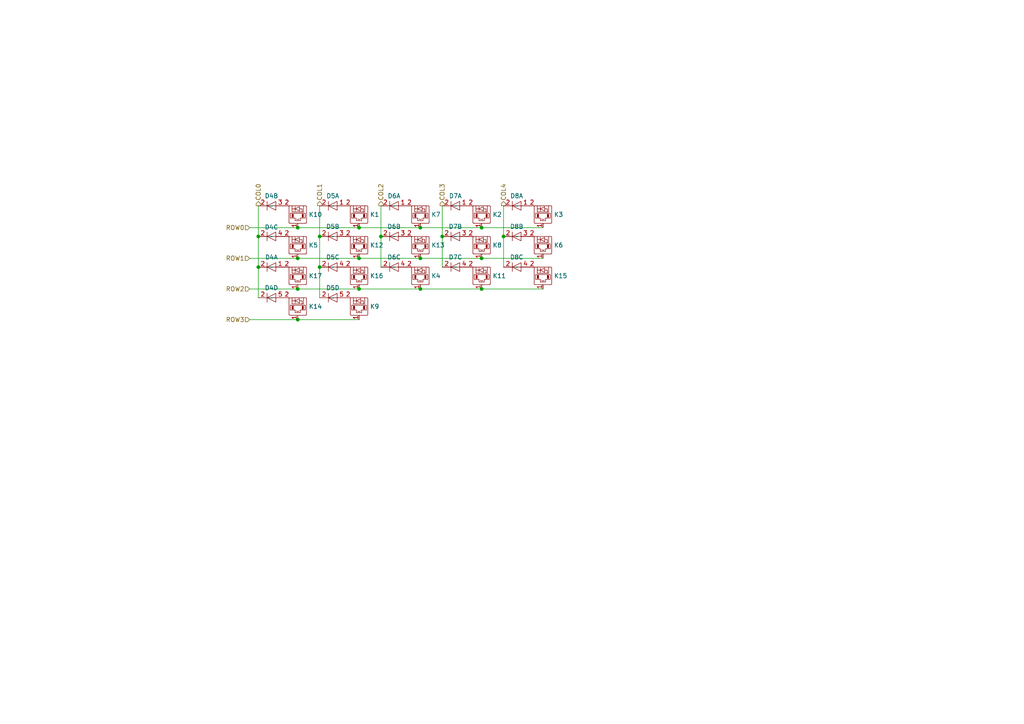
<source format=kicad_sch>
(kicad_sch (version 20230121) (generator eeschema)
  (paper "A4")
  (lib_symbols
    (symbol "misc:1SS309" (pin_names hide)
      (property "Reference" "D" (at 0 -2.54 0))
      (symbol "1SS309_0_1"
        (polyline (pts (xy -1.27 1.27) (xy -1.27 -1.27)))
        (polyline (pts (xy 1.27 0) (xy -1.27 0)))
        (polyline (pts (xy -1.27 0) (xy 1.27 1.27) (xy 1.27 -1.27) (xy -1.27 0)))
      )
      (symbol "1SS309_1_1"
        (pin passive line (at 3.81 0 180) (length 2.54) (name "A") (number "1"))
        (pin passive line (at -3.81 0 0) (length 2.54) (name "K") (number "2"))
      )
      (symbol "1SS309_2_1"
        (pin passive line (at -3.81 0 0) (length 2.54) (name "K") (number "2"))
        (pin passive line (at 3.81 0 180) (length 2.54) (name "A") (number "3"))
      )
      (symbol "1SS309_3_1"
        (pin passive line (at -3.81 0 0) (length 2.54) (name "K") (number "2"))
        (pin passive line (at 3.81 0 180) (length 2.54) (name "A") (number "4"))
      )
      (symbol "1SS309_4_1"
        (pin passive line (at -3.81 0 0) (length 2.54) (name "K") (number "2"))
        (pin passive line (at 3.81 0 180) (length 2.54) (name "A") (number "5"))
      )
    )
    (symbol "switch:diode-choc" (pin_names (offset 1.016))
      (property "Reference" "K" (at 0 3.81 0))
      (symbol "diode-choc_0_1"
        (arc (start -2.54 -2.286) (mid -2.4656 -2.4656) (end -2.286 -2.54))
        (arc (start -2.286 2.54) (mid -2.4656 2.4656) (end -2.54 2.286))
        (rectangle (start -1.651 0.127) (end -1.27 -0.762) (fill (type outline)))
        (arc (start -0.381 -1.27) (mid 0 -1.4739) (end 0.381 -1.27))
        (polyline (pts (xy -2.54 2.286) (xy -2.54 -2.286)))
        (polyline (pts (xy -2.286 -2.54) (xy 2.286 -2.54)))
        (polyline (pts (xy -2.286 2.54) (xy 2.286 2.54)))
        (polyline (pts (xy -1.651 1.651) (xy -0.762 1.651)))
        (polyline (pts (xy -0.762 2.286) (xy -0.762 1.016)))
        (polyline (pts (xy 2.54 -2.286) (xy 2.54 2.286)))
        (polyline (pts (xy 0.508 1.651) (xy 1.27 1.651) (xy 1.27 0.762)))
        (polyline (pts (xy -1.651 2.54) (xy -1.651 0.762) (xy 1.651 0.762) (xy 1.651 2.54)))
        (polyline (pts (xy -0.762 1.651) (xy 0.508 2.286) (xy 0.508 1.016) (xy -0.762 1.651)))
        (polyline (pts (xy -2.159 0.381) (xy -2.159 -1.016) (xy -0.762 -1.016) (xy -0.762 -1.778) (xy 0.762 -1.778) (xy 0.762 -1.016) (xy 2.159 -1.016) (xy 2.159 0.381) (xy -2.159 0.381)))
        (arc (start 2.286 -2.54) (mid 2.4656 -2.4656) (end 2.54 -2.286))
        (arc (start 2.54 2.286) (mid 2.4656 2.4656) (end 2.286 2.54))
      )
      (symbol "diode-choc_1_1"
        (rectangle (start 1.27 0.127) (end 1.651 -0.762) (fill (type outline)))
        (pin input line (at 0 -3.81 90) (length 1.27) (name "~") (number "1"))
        (pin output line (at -3.81 2.54 0) (length 1.27) (name "~") (number "2"))
      )
    )
  )
  (junction (at 121.92 83.82))
  (junction (at 139.7 83.82))
  (junction (at 139.7 66.04))
  (junction (at 86.36 66.04))
  (junction (at 92.71 77.47))
  (junction (at 104.14 66.04))
  (junction (at 92.71 68.58))
  (junction (at 86.36 83.82))
  (junction (at 110.49 68.58))
  (junction (at 128.27 68.58))
  (junction (at 86.36 74.93))
  (junction (at 74.93 68.58))
  (junction (at 104.14 83.82))
  (junction (at 121.92 74.93))
  (junction (at 104.14 74.93))
  (junction (at 121.92 66.04))
  (junction (at 74.93 77.47))
  (junction (at 146.05 68.58))
  (junction (at 86.36 92.71))
  (junction (at 139.7 74.93))
  (wire (pts (xy 74.93 59.69) (xy 74.93 68.58)))
  (wire (pts (xy 86.36 83.82) (xy 104.14 83.82)))
  (wire (pts (xy 121.92 83.82) (xy 139.7 83.82)))
  (wire (pts (xy 128.27 59.69) (xy 128.27 68.58)))
  (wire (pts (xy 110.49 68.58) (xy 110.49 77.47)))
  (wire (pts (xy 92.71 59.69) (xy 92.71 68.58)))
  (wire (pts (xy 121.92 66.04) (xy 139.7 66.04)))
  (wire (pts (xy 86.36 74.93) (xy 104.14 74.93)))
  (wire (pts (xy 139.7 74.93) (xy 157.48 74.93)))
  (wire (pts (xy 72.39 74.93) (xy 86.36 74.93)))
  (wire (pts (xy 74.93 77.47) (xy 74.93 86.36)))
  (wire (pts (xy 104.14 83.82) (xy 121.92 83.82)))
  (wire (pts (xy 104.14 66.04) (xy 121.92 66.04)))
  (wire (pts (xy 110.49 59.69) (xy 110.49 68.58)))
  (wire (pts (xy 146.05 59.69) (xy 146.05 68.58)))
  (wire (pts (xy 92.71 77.47) (xy 92.71 86.36)))
  (wire (pts (xy 72.39 66.04) (xy 86.36 66.04)))
  (wire (pts (xy 74.93 68.58) (xy 74.93 77.47)))
  (wire (pts (xy 146.05 68.58) (xy 146.05 77.47)))
  (wire (pts (xy 72.39 83.82) (xy 86.36 83.82)))
  (wire (pts (xy 72.39 92.71) (xy 86.36 92.71)))
  (wire (pts (xy 104.14 74.93) (xy 121.92 74.93)))
  (wire (pts (xy 86.36 92.71) (xy 104.14 92.71)))
  (wire (pts (xy 86.36 66.04) (xy 104.14 66.04)))
  (wire (pts (xy 128.27 68.58) (xy 128.27 77.47)))
  (wire (pts (xy 92.71 68.58) (xy 92.71 77.47)))
  (wire (pts (xy 121.92 74.93) (xy 139.7 74.93)))
  (wire (pts (xy 139.7 83.82) (xy 157.48 83.82)))
  (wire (pts (xy 139.7 66.04) (xy 157.48 66.04)))
  (hierarchical_label "ROW0" (shape input) (at 72.39 66.04 180) (property "Intersheetrefs" "${INTERSHEET_REFS}" (effects hide)))
  (hierarchical_label "COL1" (shape output) (at 92.71 59.69 90) (property "Intersheetrefs" "${INTERSHEET_REFS}" (effects hide)))
  (hierarchical_label "ROW1" (shape input) (at 72.39 74.93 180) (property "Intersheetrefs" "${INTERSHEET_REFS}" (effects hide)))
  (hierarchical_label "COL4" (shape output) (at 146.05 59.69 90) (property "Intersheetrefs" "${INTERSHEET_REFS}" (effects hide)))
  (hierarchical_label "ROW2" (shape input) (at 72.39 83.82 180) (property "Intersheetrefs" "${INTERSHEET_REFS}" (effects hide)))
  (hierarchical_label "COL3" (shape output) (at 128.27 59.69 90) (property "Intersheetrefs" "${INTERSHEET_REFS}" (effects hide)))
  (hierarchical_label "ROW3" (shape input) (at 72.39 92.71 180) (property "Intersheetrefs" "${INTERSHEET_REFS}" (effects hide)))
  (hierarchical_label "COL0" (shape output) (at 74.93 59.69 90) (property "Intersheetrefs" "${INTERSHEET_REFS}" (effects hide)))
  (hierarchical_label "COL2" (shape output) (at 110.49 59.69 90) (property "Intersheetrefs" "${INTERSHEET_REFS}" (effects hide)))
  (symbol (lib_id "switch:diode-choc") (at 121.92 62.23 0) (unit 1)
    (property "Reference" "K7" (at 125.095 62.23 0) (effects (justify left)))
    (property "Value" "diode-choc" (effects hide))
    (property "Footprint" "pg1350:pg1350-S" (effects hide))
    (instances (project "fissure" (path "" (reference "K7") (unit 1)) (path "" (reference "K3") (unit 1)) (path "" (reference "K23") (unit 1)) (path "" (reference "K3") (unit 1))))
  )
  (symbol (lib_id "misc:1SS309") (at 96.52 86.36 0) (unit 4)
    (property "Reference" "D5" (at 96.52 83.4969 0))
    (property "Value" "~" (at 96.52 86.36 0))
    (property "Footprint" "Package_TO_SOT_SMD:SOT-23-5" (effects hide))
    (instances (project "fissure" (path "" (reference "D5") (unit 4)) (path "" (reference "D4") (unit 4)) (path "" (reference "D15") (unit 4)) (path "" (reference "D4") (unit 4))))
  )
  (symbol (lib_id "switch:diode-choc") (at 121.92 80.01 0) (unit 1)
    (property "Reference" "K4" (at 125.095 80.01 0) (effects (justify left)))
    (property "Value" "diode-choc" (effects hide))
    (property "Footprint" "pg1350:pg1350-S" (effects hide))
    (instances (project "fissure" (path "" (reference "K4") (unit 1)) (path "" (reference "K13") (unit 1)) (path "" (reference "K33") (unit 1)) (path "" (reference "K13") (unit 1))))
  )
  (symbol (lib_id "misc:1SS309") (at 114.3 68.58 0) (unit 2)
    (property "Reference" "D6" (at 114.3 65.7169 0))
    (property "Value" "~" (at 114.3 68.58 0))
    (property "Footprint" "Package_TO_SOT_SMD:SOT-23-5" (effects hide))
    (instances (project "fissure" (path "" (reference "D6") (unit 2)) (path "" (reference "D5") (unit 2)) (path "" (reference "D8") (unit 2)) (path "" (reference "D5") (unit 2))))
  )
  (symbol (lib_id "switch:diode-choc") (at 86.36 71.12 0) (unit 1)
    (property "Reference" "K5" (at 89.535 71.12 0) (effects (justify left)))
    (property "Value" "diode-choc" (effects hide))
    (property "Footprint" "pg1350:pg1350-SN" (effects hide))
    (instances (project "fissure" (path "" (reference "K5") (unit 1)) (path "" (reference "K17") (unit 1)) (path "" (reference "K26") (unit 1)) (path "" (reference "K17") (unit 1))))
  )
  (symbol (lib_id "switch:diode-choc") (at 139.7 71.12 0) (unit 1)
    (property "Reference" "K8" (at 142.875 71.12 0) (effects (justify left)))
    (property "Value" "diode-choc" (effects hide))
    (property "Footprint" "pg1350:pg1350-SR" (effects hide))
    (instances (project "fissure" (path "" (reference "K8") (unit 1)) (path "" (reference "K9") (unit 1)) (path "" (reference "K29") (unit 1)) (path "" (reference "K9") (unit 1))))
  )
  (symbol (lib_id "misc:1SS309") (at 96.52 59.69 0) (unit 1)
    (property "Reference" "D5" (at 96.52 56.8269 0))
    (property "Value" "~" (at 96.52 59.69 0))
    (property "Footprint" "Package_TO_SOT_SMD:SOT-23-5" (effects hide))
    (instances (project "fissure" (path "" (reference "D5") (unit 1)) (path "" (reference "D4") (unit 1)) (path "" (reference "D15") (unit 1)) (path "" (reference "D4") (unit 1))))
  )
  (symbol (lib_id "misc:1SS309") (at 114.3 77.47 0) (unit 3)
    (property "Reference" "D6" (at 114.3 74.6069 0))
    (property "Value" "~" (at 114.3 77.47 0))
    (property "Footprint" "Package_TO_SOT_SMD:SOT-23-5" (effects hide))
    (instances (project "fissure" (path "" (reference "D6") (unit 3)) (path "" (reference "D5") (unit 3)) (path "" (reference "D8") (unit 3)) (path "" (reference "D5") (unit 3))))
  )
  (symbol (lib_id "misc:1SS309") (at 132.08 59.69 0) (unit 1)
    (property "Reference" "D7" (at 132.08 56.8269 0))
    (property "Value" "~" (at 132.08 59.69 0))
    (property "Footprint" "Package_TO_SOT_SMD:SOT-23-5" (effects hide))
    (instances (project "fissure" (path "" (reference "D7") (unit 1)) (path "" (reference "D6") (unit 1)) (path "" (reference "D9") (unit 1)) (path "" (reference "D6") (unit 1))))
  )
  (symbol (lib_id "switch:diode-choc") (at 139.7 80.01 0) (unit 1)
    (property "Reference" "K11" (at 142.875 80.01 0) (effects (justify left)))
    (property "Value" "diode-choc" (effects hide))
    (property "Footprint" "pg1350:pg1350-SR" (effects hide))
    (instances (project "fissure" (path "" (reference "K11") (unit 1)) (path "" (reference "K14") (unit 1)) (path "" (reference "K34") (unit 1)) (path "" (reference "K14") (unit 1))))
  )
  (symbol (lib_id "switch:diode-choc") (at 157.48 71.12 0) (unit 1)
    (property "Reference" "K6" (at 160.655 71.12 0) (effects (justify left)))
    (property "Value" "diode-choc" (effects hide))
    (property "Footprint" "pg1350:pg1350-SL" (effects hide))
    (instances (project "fissure" (path "" (reference "K6") (unit 1)) (path "" (reference "K10") (unit 1)) (path "" (reference "K30") (unit 1)) (path "" (reference "K10") (unit 1))))
  )
  (symbol (lib_id "switch:diode-choc") (at 157.48 62.23 0) (unit 1)
    (property "Reference" "K3" (at 160.655 62.23 0) (effects (justify left)))
    (property "Value" "diode-choc" (effects hide))
    (property "Footprint" "pg1350:pg1350-SL" (effects hide))
    (instances (project "fissure" (path "" (reference "K3") (unit 1)) (path "" (reference "K5") (unit 1)) (path "" (reference "K25") (unit 1)) (path "" (reference "K5") (unit 1))))
  )
  (symbol (lib_id "misc:1SS309") (at 114.3 59.69 0) (unit 1)
    (property "Reference" "D6" (at 114.3 56.8269 0))
    (property "Value" "~" (at 114.3 59.69 0))
    (property "Footprint" "Package_TO_SOT_SMD:SOT-23-5" (effects hide))
    (instances (project "fissure" (path "" (reference "D6") (unit 1)) (path "" (reference "D5") (unit 1)) (path "" (reference "D8") (unit 1)) (path "" (reference "D5") (unit 1))))
  )
  (symbol (lib_id "misc:1SS309") (at 78.74 86.36 0) (unit 4)
    (property "Reference" "D4" (at 78.74 83.4969 0))
    (property "Value" "~" (at 78.74 86.36 0))
    (property "Footprint" "Package_TO_SOT_SMD:SOT-23-5" (effects hide))
    (instances (project "fissure" (path "" (reference "D4") (unit 4)) (path "" (reference "D3") (unit 4)) (path "" (reference "D14") (unit 4)) (path "" (reference "D3") (unit 4))))
  )
  (symbol (lib_id "misc:1SS309") (at 78.74 59.69 0) (unit 2)
    (property "Reference" "D4" (at 78.74 56.8269 0))
    (property "Value" "~" (at 78.74 59.69 0))
    (property "Footprint" "Package_TO_SOT_SMD:SOT-23-5" (effects hide))
    (instances (project "fissure" (path "" (reference "D4") (unit 2)) (path "" (reference "D3") (unit 2)) (path "" (reference "D14") (unit 2)) (path "" (reference "D3") (unit 2))))
  )
  (symbol (lib_id "switch:diode-choc") (at 86.36 88.9 0) (unit 1)
    (property "Reference" "K14" (at 89.535 88.9 0) (effects (justify left)))
    (property "Value" "diode-choc" (effects hide))
    (property "Footprint" "pg1350:pg1350-SN" (effects hide))
    (instances (project "fissure" (path "" (reference "K14") (unit 1)) (path "" (reference "K11") (unit 1)) (path "" (reference "K36") (unit 1)) (path "" (reference "K11") (unit 1))))
  )
  (symbol (lib_id "switch:diode-choc") (at 104.14 62.23 0) (unit 1)
    (property "Reference" "K1" (at 107.315 62.23 0) (effects (justify left)))
    (property "Value" "diode-choc" (effects hide))
    (property "Footprint" "pg1350:pg1350-SL" (effects hide))
    (instances (project "fissure" (path "" (reference "K1") (unit 1)) (path "" (reference "K2") (unit 1)) (path "" (reference "K22") (unit 1)) (path "" (reference "K2") (unit 1))))
  )
  (symbol (lib_id "misc:1SS309") (at 78.74 68.58 0) (unit 3)
    (property "Reference" "D4" (at 78.74 65.905 0))
    (property "Value" "~" (at 78.74 68.58 0))
    (property "Footprint" "Package_TO_SOT_SMD:SOT-23-5" (effects hide))
    (instances (project "fissure" (path "" (reference "D4") (unit 3)) (path "" (reference "D3") (unit 3)) (path "" (reference "D14") (unit 3)) (path "" (reference "D3") (unit 3))))
  )
  (symbol (lib_id "misc:1SS309") (at 149.86 77.47 0) (unit 3)
    (property "Reference" "D8" (at 149.86 74.6069 0))
    (property "Value" "~" (at 149.86 77.47 0))
    (property "Footprint" "Package_TO_SOT_SMD:SOT-23-5" (effects hide))
    (instances (project "fissure" (path "" (reference "D8") (unit 3)) (path "" (reference "D7") (unit 3)) (path "" (reference "D10") (unit 3)) (path "" (reference "D7") (unit 3))))
  )
  (symbol (lib_id "switch:diode-choc") (at 104.14 71.12 0) (unit 1)
    (property "Reference" "K12" (at 107.315 71.12 0) (effects (justify left)))
    (property "Value" "diode-choc" (effects hide))
    (property "Footprint" "pg1350:pg1350-SL" (effects hide))
    (instances (project "fissure" (path "" (reference "K12") (unit 1)) (path "" (reference "K7") (unit 1)) (path "" (reference "K27") (unit 1)) (path "" (reference "K7") (unit 1))))
  )
  (symbol (lib_id "switch:diode-choc") (at 104.14 88.9 0) (unit 1)
    (property "Reference" "K9" (at 107.315 88.9 0) (effects (justify left)))
    (property "Value" "diode-choc" (effects hide))
    (property "Footprint" "pg1350:pg1350-SL" (effects hide))
    (instances (project "fissure" (path "" (reference "K9") (unit 1)) (path "" (reference "K12") (unit 1)) (path "" (reference "K37") (unit 1)) (path "" (reference "K12") (unit 1))))
  )
  (symbol (lib_id "switch:diode-choc") (at 86.36 80.01 0) (unit 1)
    (property "Reference" "K17" (at 89.535 80.01 0) (effects (justify left)))
    (property "Value" "diode-choc" (effects hide))
    (property "Footprint" "pg1350:pg1350-SN" (effects hide))
    (instances (project "fissure" (path "" (reference "K17") (unit 1)) (path "" (reference "K6") (unit 1)) (path "" (reference "K31") (unit 1)) (path "" (reference "K6") (unit 1))))
  )
  (symbol (lib_id "misc:1SS309") (at 78.74 77.47 0) (unit 1)
    (property "Reference" "D4" (at 78.74 74.6069 0))
    (property "Value" "~" (at 78.74 77.47 0))
    (property "Footprint" "Package_TO_SOT_SMD:SOT-23-5" (effects hide))
    (instances (project "fissure" (path "" (reference "D4") (unit 1)) (path "" (reference "D3") (unit 1)) (path "" (reference "D14") (unit 1)) (path "" (reference "D3") (unit 1))))
  )
  (symbol (lib_id "misc:1SS309") (at 96.52 77.47 0) (unit 3)
    (property "Reference" "D5" (at 96.52 74.6069 0))
    (property "Value" "~" (at 96.52 77.47 0))
    (property "Footprint" "Package_TO_SOT_SMD:SOT-23-5" (effects hide))
    (instances (project "fissure" (path "" (reference "D5") (unit 3)) (path "" (reference "D4") (unit 3)) (path "" (reference "D15") (unit 3)) (path "" (reference "D4") (unit 3))))
  )
  (symbol (lib_id "misc:1SS309") (at 149.86 59.69 0) (unit 1)
    (property "Reference" "D8" (at 149.86 56.8269 0))
    (property "Value" "~" (at 149.86 59.69 0))
    (property "Footprint" "Package_TO_SOT_SMD:SOT-23-5" (effects hide))
    (instances (project "fissure" (path "" (reference "D8") (unit 1)) (path "" (reference "D7") (unit 1)) (path "" (reference "D10") (unit 1)) (path "" (reference "D7") (unit 1))))
  )
  (symbol (lib_id "switch:diode-choc") (at 86.36 62.23 0) (unit 1)
    (property "Reference" "K10" (at 89.535 62.23 0) (effects (justify left)))
    (property "Value" "diode-choc" (effects hide))
    (property "Footprint" "pg1350:pg1350-SN" (effects hide))
    (instances (project "fissure" (path "" (reference "K10") (unit 1)) (path "" (reference "K16") (unit 1)) (path "" (reference "K21") (unit 1)) (path "" (reference "K16") (unit 1))))
  )
  (symbol (lib_id "misc:1SS309") (at 96.52 68.58 0) (unit 2)
    (property "Reference" "D5" (at 96.52 65.7169 0))
    (property "Value" "~" (at 96.52 68.58 0))
    (property "Footprint" "Package_TO_SOT_SMD:SOT-23-5" (effects hide))
    (instances (project "fissure" (path "" (reference "D5") (unit 2)) (path "" (reference "D4") (unit 2)) (path "" (reference "D15") (unit 2)) (path "" (reference "D4") (unit 2))))
  )
  (symbol (lib_id "misc:1SS309") (at 132.08 77.47 0) (unit 3)
    (property "Reference" "D7" (at 132.08 74.6069 0))
    (property "Value" "~" (at 132.08 77.47 0))
    (property "Footprint" "Package_TO_SOT_SMD:SOT-23-5" (effects hide))
    (instances (project "fissure" (path "" (reference "D7") (unit 3)) (path "" (reference "D6") (unit 3)) (path "" (reference "D9") (unit 3)) (path "" (reference "D6") (unit 3))))
  )
  (symbol (lib_id "misc:1SS309") (at 132.08 68.58 0) (unit 2)
    (property "Reference" "D7" (at 132.08 65.7169 0))
    (property "Value" "~" (at 132.08 68.58 0))
    (property "Footprint" "Package_TO_SOT_SMD:SOT-23-5" (effects hide))
    (instances (project "fissure" (path "" (reference "D7") (unit 2)) (path "" (reference "D6") (unit 2)) (path "" (reference "D9") (unit 2)) (path "" (reference "D6") (unit 2))))
  )
  (symbol (lib_id "misc:1SS309") (at 149.86 68.58 0) (unit 2)
    (property "Reference" "D8" (at 149.86 65.7169 0))
    (property "Value" "~" (at 149.86 68.58 0))
    (property "Footprint" "Package_TO_SOT_SMD:SOT-23-5" (effects hide))
    (instances (project "fissure" (path "" (reference "D8") (unit 2)) (path "" (reference "D7") (unit 2)) (path "" (reference "D10") (unit 2)) (path "" (reference "D7") (unit 2))))
  )
  (symbol (lib_id "switch:diode-choc") (at 121.92 71.12 0) (unit 1)
    (property "Reference" "K13" (at 125.095 71.12 0) (effects (justify left)))
    (property "Value" "diode-choc" (effects hide))
    (property "Footprint" "pg1350:pg1350-S" (effects hide))
    (instances (project "fissure" (path "" (reference "K13") (unit 1)) (path "" (reference "K8") (unit 1)) (path "" (reference "K28") (unit 1)) (path "" (reference "K8") (unit 1))))
  )
  (symbol (lib_id "switch:diode-choc") (at 104.14 80.01 0) (unit 1)
    (property "Reference" "K16" (at 107.315 80.01 0) (effects (justify left)))
    (property "Value" "diode-choc" (effects hide))
    (property "Footprint" "pg1350:pg1350-SN" (effects hide))
    (instances (project "fissure" (path "" (reference "K16") (unit 1)) (path "" (reference "K1") (unit 1)) (path "" (reference "K32") (unit 1)) (path "" (reference "K1") (unit 1))))
  )
  (symbol (lib_id "switch:diode-choc") (at 139.7 62.23 0) (unit 1)
    (property "Reference" "K2" (at 142.875 62.23 0) (effects (justify left)))
    (property "Value" "diode-choc" (effects hide))
    (property "Footprint" "pg1350:pg1350-SR" (effects hide))
    (instances (project "fissure" (path "" (reference "K2") (unit 1)) (path "" (reference "K4") (unit 1)) (path "" (reference "K24") (unit 1)) (path "" (reference "K4") (unit 1))))
  )
  (symbol (lib_id "switch:diode-choc") (at 157.48 80.01 0) (unit 1)
    (property "Reference" "K15" (at 160.655 80.01 0) (effects (justify left)))
    (property "Value" "diode-choc" (effects hide))
    (property "Footprint" "pg1350:pg1350-SL" (effects hide))
    (instances (project "fissure" (path "" (reference "K15") (unit 1)) (path "" (reference "K15") (unit 1)) (path "" (reference "K35") (unit 1)) (path "" (reference "K15") (unit 1))))
  )
)
</source>
